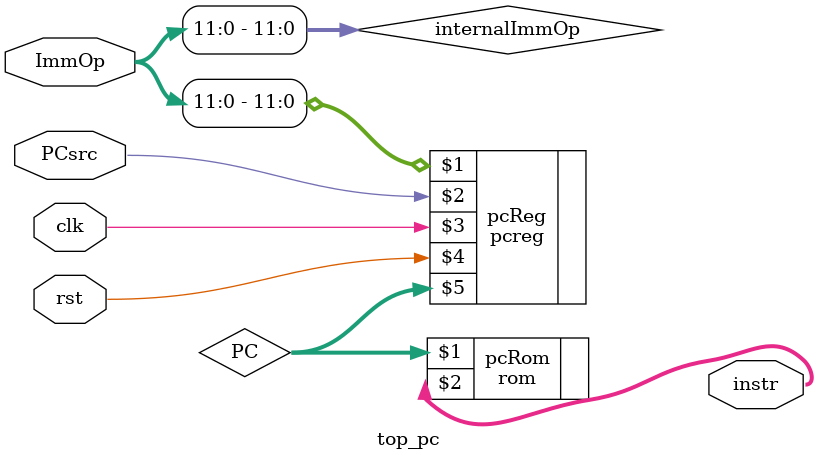
<source format=sv>
module top_pc #(
        parameter ADDRESS_WIDTH = 12,
    DATA_WIDTH = 32,
)(
  input logic [DATA_WIDTH-1:0] ImmOp,
  input logic                     PCsrc,
  input logic                     clk,
  input logic                     rst,
  output logic [DATA_WIDTH-1:0]   instr
);

  logic [ADDRESS_WIDTH-1:0] internalImmOp = ImmOp[11:0];

  logic [ADDRESS_WIDTH-1:0] PC;

pcreg pcReg(internalImmOp, PCsrc, clk, rst, PC);

rom pcRom(PC, instr);

endmodule

</source>
